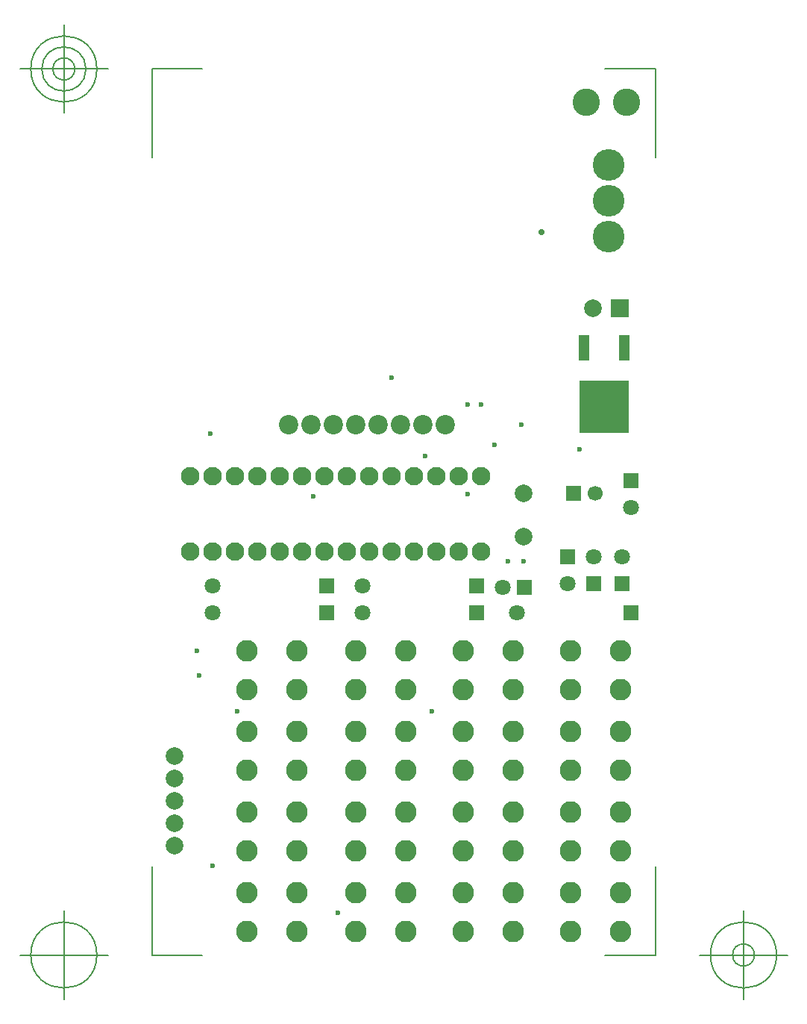
<source format=gbr>
G04 Generated by Ultiboard 14.0 *
%FSLAX34Y34*%
%MOMM*%

%ADD10C,0.0001*%
%ADD11C,0.1270*%
%ADD12C,2.4620*%
%ADD13C,0.6000*%
%ADD14C,1.8000*%
%ADD15R,1.8000X1.8000*%
%ADD16C,1.7000*%
%ADD17R,1.7000X1.7000*%
%ADD18C,2.1000*%
%ADD19C,0.7000*%
%ADD20C,3.6000*%
%ADD21C,2.0000*%
%ADD22R,5.5500X5.9500*%
%ADD23R,1.2500X2.8500*%
%ADD24C,2.2000*%
%ADD25C,3.1000*%
%ADD26R,2.0000X2.0000*%


G04 ColorRGB FF00CC for the following layer *
%LNSolder Mask Top*%
%LPD*%
G54D10*
G54D11*
X-5080Y-2540D02*
X-5080Y97968D01*
X-5080Y-2540D02*
X52078Y-2540D01*
X566500Y-2540D02*
X509342Y-2540D01*
X566500Y-2540D02*
X566500Y97968D01*
X566500Y1002540D02*
X566500Y902032D01*
X566500Y1002540D02*
X509342Y1002540D01*
X-5080Y1002540D02*
X52078Y1002540D01*
X-5080Y1002540D02*
X-5080Y902032D01*
X-55080Y-2540D02*
X-155080Y-2540D01*
X-105080Y-52540D02*
X-105080Y47460D01*
X-142580Y-2540D02*
G75*
D01*
G02X-142580Y-2540I37500J0*
G01*
X616500Y-2540D02*
X716500Y-2540D01*
X666500Y-52540D02*
X666500Y47460D01*
X629000Y-2540D02*
G75*
D01*
G02X629000Y-2540I37500J0*
G01*
X654000Y-2540D02*
G75*
D01*
G02X654000Y-2540I12500J0*
G01*
X-55080Y1002540D02*
X-155080Y1002540D01*
X-105080Y952540D02*
X-105080Y1052540D01*
X-142580Y1002540D02*
G75*
D01*
G02X-142580Y1002540I37500J0*
G01*
X-130080Y1002540D02*
G75*
D01*
G02X-130080Y1002540I25000J0*
G01*
X-117580Y1002540D02*
G75*
D01*
G02X-117580Y1002540I12500J0*
G01*
G54D12*
X469900Y159324D03*
X526900Y159324D03*
X469900Y115324D03*
X526900Y115324D03*
X347980Y67884D03*
X404980Y67884D03*
X347980Y23884D03*
X404980Y23884D03*
X159720Y23884D03*
X102720Y67884D03*
X159720Y67884D03*
X102720Y23884D03*
X102720Y159324D03*
X159720Y159324D03*
X102720Y115324D03*
X159720Y115324D03*
X102720Y342204D03*
X159720Y342204D03*
X102720Y298204D03*
X159720Y298204D03*
X102720Y250764D03*
X159720Y250764D03*
X102720Y206764D03*
X159720Y206764D03*
X226060Y342204D03*
X283060Y342204D03*
X226060Y298204D03*
X283060Y298204D03*
X226060Y250764D03*
X283060Y250764D03*
X226060Y206764D03*
X283060Y206764D03*
X226060Y159324D03*
X283060Y159324D03*
X226060Y115324D03*
X283060Y115324D03*
X347980Y159324D03*
X404980Y159324D03*
X347980Y115324D03*
X404980Y115324D03*
X347980Y250764D03*
X404980Y250764D03*
X347980Y206764D03*
X404980Y206764D03*
X347980Y342204D03*
X404980Y342204D03*
X347980Y298204D03*
X404980Y298204D03*
X469900Y250764D03*
X526900Y250764D03*
X469900Y206764D03*
X526900Y206764D03*
X469900Y342204D03*
X526900Y342204D03*
X469900Y298204D03*
X526900Y298204D03*
X469900Y67884D03*
X526900Y67884D03*
X469900Y23884D03*
X526900Y23884D03*
X226060Y67884D03*
X283060Y67884D03*
X226060Y23884D03*
X283060Y23884D03*
G54D13*
X91440Y274320D03*
X312420Y274320D03*
X416560Y444500D03*
X63500Y99060D03*
X205740Y45720D03*
X48260Y314960D03*
X45720Y342900D03*
X266700Y652780D03*
X398780Y444500D03*
X414020Y599440D03*
X353060Y622300D03*
X368300Y622300D03*
X60960Y589280D03*
X383540Y576580D03*
X304800Y563880D03*
X353060Y520700D03*
X177800Y518160D03*
X480060Y571500D03*
G54D14*
X538480Y505460D03*
X63500Y386080D03*
X63500Y416560D03*
X233680Y416560D03*
X233680Y386080D03*
X408940Y386080D03*
X528320Y449580D03*
X392900Y414869D03*
X466511Y419100D03*
X496640Y449580D03*
G54D15*
X538480Y535940D03*
X193040Y386080D03*
X193040Y416560D03*
X363220Y416560D03*
X363220Y386080D03*
X538480Y386080D03*
X528320Y419100D03*
X417900Y414869D03*
X466511Y449580D03*
X496640Y419100D03*
G54D16*
X498340Y521240D03*
G54D17*
X473340Y521240D03*
G54D18*
X368300Y540340D03*
X342900Y540340D03*
X317500Y540340D03*
X292100Y540340D03*
X266700Y540340D03*
X241300Y540340D03*
X215900Y540340D03*
X190500Y540340D03*
X165100Y540340D03*
X139700Y540340D03*
X114300Y540340D03*
X88900Y540340D03*
X63500Y540340D03*
X38100Y540340D03*
X368300Y455340D03*
X342900Y455340D03*
X317500Y455340D03*
X292100Y455340D03*
X266700Y455340D03*
X241300Y455340D03*
X215900Y455340D03*
X190500Y455340D03*
X165100Y455340D03*
X139700Y455340D03*
X114300Y455340D03*
X88900Y455340D03*
X63500Y455340D03*
X38100Y455340D03*
G54D19*
X436880Y817880D03*
G54D20*
X513080Y853440D03*
X513080Y894080D03*
X513080Y812800D03*
G54D21*
X416560Y472441D03*
X416560Y521124D03*
X20320Y147320D03*
X20320Y121920D03*
X20320Y172720D03*
X20320Y198120D03*
X20320Y223520D03*
X495300Y731520D03*
G54D22*
X508000Y619160D03*
G54D23*
X485100Y686660D03*
X530900Y686660D03*
G54D24*
X149860Y599440D03*
X175260Y599440D03*
X200660Y599440D03*
X226060Y599440D03*
X251460Y599440D03*
X276860Y599440D03*
X302260Y599440D03*
X327660Y599440D03*
G54D25*
X487680Y965200D03*
X533400Y965200D03*
G54D26*
X525780Y731520D03*

M02*

</source>
